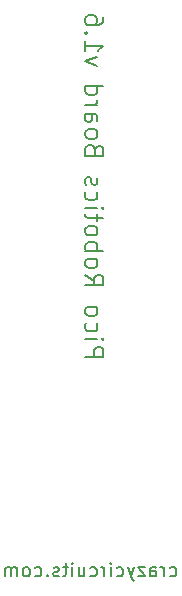
<source format=gbo>
G04 #@! TF.GenerationSoftware,KiCad,Pcbnew,(5.1.8)-1*
G04 #@! TF.CreationDate,2021-04-30T18:53:21-04:00*
G04 #@! TF.ProjectId,5x11-Raspi-Pico-Robot-Version,35783131-2d52-4617-9370-692d5069636f,v1.6*
G04 #@! TF.SameCoordinates,Original*
G04 #@! TF.FileFunction,Legend,Bot*
G04 #@! TF.FilePolarity,Positive*
%FSLAX46Y46*%
G04 Gerber Fmt 4.6, Leading zero omitted, Abs format (unit mm)*
G04 Created by KiCad (PCBNEW (5.1.8)-1) date 2021-04-30 18:53:21*
%MOMM*%
%LPD*%
G01*
G04 APERTURE LIST*
%ADD10C,0.203200*%
%ADD11C,0.177800*%
G04 APERTURE END LIST*
D10*
X18614571Y-129249714D02*
X20138571Y-129249714D01*
X20138571Y-128669142D01*
X20065999Y-128524000D01*
X19993428Y-128451428D01*
X19848285Y-128378857D01*
X19630571Y-128378857D01*
X19485428Y-128451428D01*
X19412857Y-128524000D01*
X19340285Y-128669142D01*
X19340285Y-129249714D01*
X18614571Y-127725714D02*
X19630571Y-127725714D01*
X20138571Y-127725714D02*
X20065999Y-127798285D01*
X19993428Y-127725714D01*
X20065999Y-127653142D01*
X20138571Y-127725714D01*
X19993428Y-127725714D01*
X18687142Y-126346857D02*
X18614571Y-126492000D01*
X18614571Y-126782285D01*
X18687142Y-126927428D01*
X18759714Y-127000000D01*
X18904857Y-127072571D01*
X19340285Y-127072571D01*
X19485428Y-127000000D01*
X19557999Y-126927428D01*
X19630571Y-126782285D01*
X19630571Y-126492000D01*
X19557999Y-126346857D01*
X18614571Y-125476000D02*
X18687142Y-125621142D01*
X18759714Y-125693714D01*
X18904857Y-125766285D01*
X19340285Y-125766285D01*
X19485428Y-125693714D01*
X19557999Y-125621142D01*
X19630571Y-125476000D01*
X19630571Y-125258285D01*
X19557999Y-125113142D01*
X19485428Y-125040571D01*
X19340285Y-124968000D01*
X18904857Y-124968000D01*
X18759714Y-125040571D01*
X18687142Y-125113142D01*
X18614571Y-125258285D01*
X18614571Y-125476000D01*
X18614571Y-122282857D02*
X19340285Y-122790857D01*
X18614571Y-123153714D02*
X20138571Y-123153714D01*
X20138571Y-122573142D01*
X20066000Y-122428000D01*
X19993428Y-122355428D01*
X19848285Y-122282857D01*
X19630571Y-122282857D01*
X19485428Y-122355428D01*
X19412857Y-122428000D01*
X19340285Y-122573142D01*
X19340285Y-123153714D01*
X18614571Y-121412000D02*
X18687142Y-121557142D01*
X18759714Y-121629714D01*
X18904857Y-121702285D01*
X19340285Y-121702285D01*
X19485428Y-121629714D01*
X19558000Y-121557142D01*
X19630571Y-121412000D01*
X19630571Y-121194285D01*
X19558000Y-121049142D01*
X19485428Y-120976571D01*
X19340285Y-120904000D01*
X18904857Y-120904000D01*
X18759714Y-120976571D01*
X18687142Y-121049142D01*
X18614571Y-121194285D01*
X18614571Y-121412000D01*
X18614571Y-120250857D02*
X20138571Y-120250857D01*
X19558000Y-120250857D02*
X19630571Y-120105714D01*
X19630571Y-119815428D01*
X19558000Y-119670285D01*
X19485428Y-119597714D01*
X19340285Y-119525142D01*
X18904857Y-119525142D01*
X18759714Y-119597714D01*
X18687142Y-119670285D01*
X18614571Y-119815428D01*
X18614571Y-120105714D01*
X18687142Y-120250857D01*
X18614571Y-118654285D02*
X18687142Y-118799428D01*
X18759714Y-118872000D01*
X18904857Y-118944571D01*
X19340285Y-118944571D01*
X19485428Y-118872000D01*
X19558000Y-118799428D01*
X19630571Y-118654285D01*
X19630571Y-118436571D01*
X19558000Y-118291428D01*
X19485428Y-118218857D01*
X19340285Y-118146285D01*
X18904857Y-118146285D01*
X18759714Y-118218857D01*
X18687142Y-118291428D01*
X18614571Y-118436571D01*
X18614571Y-118654285D01*
X19630571Y-117710857D02*
X19630571Y-117130285D01*
X20138571Y-117493142D02*
X18832285Y-117493142D01*
X18687142Y-117420571D01*
X18614571Y-117275428D01*
X18614571Y-117130285D01*
X18614571Y-116622285D02*
X19630571Y-116622285D01*
X20138571Y-116622285D02*
X20066000Y-116694857D01*
X19993428Y-116622285D01*
X20066000Y-116549714D01*
X20138571Y-116622285D01*
X19993428Y-116622285D01*
X18687142Y-115243428D02*
X18614571Y-115388571D01*
X18614571Y-115678857D01*
X18687142Y-115824000D01*
X18759714Y-115896571D01*
X18904857Y-115969142D01*
X19340285Y-115969142D01*
X19485428Y-115896571D01*
X19558000Y-115824000D01*
X19630571Y-115678857D01*
X19630571Y-115388571D01*
X19558000Y-115243428D01*
X18687142Y-114662857D02*
X18614571Y-114517714D01*
X18614571Y-114227428D01*
X18687142Y-114082285D01*
X18832285Y-114009714D01*
X18904857Y-114009714D01*
X19050000Y-114082285D01*
X19122571Y-114227428D01*
X19122571Y-114445142D01*
X19195142Y-114590285D01*
X19340285Y-114662857D01*
X19412857Y-114662857D01*
X19558000Y-114590285D01*
X19630571Y-114445142D01*
X19630571Y-114227428D01*
X19558000Y-114082285D01*
X19412857Y-111687428D02*
X19340285Y-111469714D01*
X19267714Y-111397142D01*
X19122571Y-111324571D01*
X18904857Y-111324571D01*
X18759714Y-111397142D01*
X18687142Y-111469714D01*
X18614571Y-111614857D01*
X18614571Y-112195428D01*
X20138571Y-112195428D01*
X20138571Y-111687428D01*
X20066000Y-111542285D01*
X19993428Y-111469714D01*
X19848285Y-111397142D01*
X19703142Y-111397142D01*
X19558000Y-111469714D01*
X19485428Y-111542285D01*
X19412857Y-111687428D01*
X19412857Y-112195428D01*
X18614571Y-110453714D02*
X18687142Y-110598857D01*
X18759714Y-110671428D01*
X18904857Y-110744000D01*
X19340285Y-110744000D01*
X19485428Y-110671428D01*
X19558000Y-110598857D01*
X19630571Y-110453714D01*
X19630571Y-110236000D01*
X19558000Y-110090857D01*
X19485428Y-110018285D01*
X19340285Y-109945714D01*
X18904857Y-109945714D01*
X18759714Y-110018285D01*
X18687142Y-110090857D01*
X18614571Y-110236000D01*
X18614571Y-110453714D01*
X18614571Y-108639428D02*
X19412857Y-108639428D01*
X19558000Y-108712000D01*
X19630571Y-108857142D01*
X19630571Y-109147428D01*
X19558000Y-109292571D01*
X18687142Y-108639428D02*
X18614571Y-108784571D01*
X18614571Y-109147428D01*
X18687142Y-109292571D01*
X18832285Y-109365142D01*
X18977428Y-109365142D01*
X19122571Y-109292571D01*
X19195142Y-109147428D01*
X19195142Y-108784571D01*
X19267714Y-108639428D01*
X18614571Y-107913714D02*
X19630571Y-107913714D01*
X19340285Y-107913714D02*
X19485428Y-107841142D01*
X19558000Y-107768571D01*
X19630571Y-107623428D01*
X19630571Y-107478285D01*
X18614571Y-106317142D02*
X20138571Y-106317142D01*
X18687142Y-106317142D02*
X18614571Y-106462285D01*
X18614571Y-106752571D01*
X18687142Y-106897714D01*
X18759714Y-106970285D01*
X18904857Y-107042857D01*
X19340285Y-107042857D01*
X19485428Y-106970285D01*
X19558000Y-106897714D01*
X19630571Y-106752571D01*
X19630571Y-106462285D01*
X19558000Y-106317142D01*
X19630571Y-104575428D02*
X18614571Y-104212571D01*
X19630571Y-103849714D01*
X18614571Y-102470857D02*
X18614571Y-103341714D01*
X18614571Y-102906285D02*
X20138571Y-102906285D01*
X19920857Y-103051428D01*
X19775714Y-103196571D01*
X19703142Y-103341714D01*
X18759714Y-101817714D02*
X18687142Y-101745142D01*
X18614571Y-101817714D01*
X18687142Y-101890285D01*
X18759714Y-101817714D01*
X18614571Y-101817714D01*
X20138571Y-100438857D02*
X20138571Y-100729142D01*
X20066000Y-100874285D01*
X19993428Y-100946857D01*
X19775714Y-101092000D01*
X19485428Y-101164571D01*
X18904857Y-101164571D01*
X18759714Y-101092000D01*
X18687142Y-101019428D01*
X18614571Y-100874285D01*
X18614571Y-100584000D01*
X18687142Y-100438857D01*
X18759714Y-100366285D01*
X18904857Y-100293714D01*
X19267714Y-100293714D01*
X19412857Y-100366285D01*
X19485428Y-100438857D01*
X19558000Y-100584000D01*
X19558000Y-100874285D01*
X19485428Y-101019428D01*
X19412857Y-101092000D01*
X19267714Y-101164571D01*
D11*
X25771928Y-147742642D02*
X25880785Y-147797071D01*
X26098500Y-147797071D01*
X26207357Y-147742642D01*
X26261785Y-147688214D01*
X26316214Y-147579357D01*
X26316214Y-147252785D01*
X26261785Y-147143928D01*
X26207357Y-147089500D01*
X26098500Y-147035071D01*
X25880785Y-147035071D01*
X25771928Y-147089500D01*
X25282071Y-147797071D02*
X25282071Y-147035071D01*
X25282071Y-147252785D02*
X25227642Y-147143928D01*
X25173214Y-147089500D01*
X25064357Y-147035071D01*
X24955500Y-147035071D01*
X24084642Y-147797071D02*
X24084642Y-147198357D01*
X24139071Y-147089500D01*
X24247928Y-147035071D01*
X24465642Y-147035071D01*
X24574500Y-147089500D01*
X24084642Y-147742642D02*
X24193500Y-147797071D01*
X24465642Y-147797071D01*
X24574500Y-147742642D01*
X24628928Y-147633785D01*
X24628928Y-147524928D01*
X24574500Y-147416071D01*
X24465642Y-147361642D01*
X24193500Y-147361642D01*
X24084642Y-147307214D01*
X23649214Y-147035071D02*
X23050500Y-147035071D01*
X23649214Y-147797071D01*
X23050500Y-147797071D01*
X22723928Y-147035071D02*
X22451785Y-147797071D01*
X22179642Y-147035071D02*
X22451785Y-147797071D01*
X22560642Y-148069214D01*
X22615071Y-148123642D01*
X22723928Y-148178071D01*
X21254357Y-147742642D02*
X21363214Y-147797071D01*
X21580928Y-147797071D01*
X21689785Y-147742642D01*
X21744214Y-147688214D01*
X21798642Y-147579357D01*
X21798642Y-147252785D01*
X21744214Y-147143928D01*
X21689785Y-147089500D01*
X21580928Y-147035071D01*
X21363214Y-147035071D01*
X21254357Y-147089500D01*
X20764500Y-147797071D02*
X20764500Y-147035071D01*
X20764500Y-146654071D02*
X20818928Y-146708500D01*
X20764500Y-146762928D01*
X20710071Y-146708500D01*
X20764500Y-146654071D01*
X20764500Y-146762928D01*
X20220214Y-147797071D02*
X20220214Y-147035071D01*
X20220214Y-147252785D02*
X20165785Y-147143928D01*
X20111357Y-147089500D01*
X20002500Y-147035071D01*
X19893642Y-147035071D01*
X19022785Y-147742642D02*
X19131642Y-147797071D01*
X19349357Y-147797071D01*
X19458214Y-147742642D01*
X19512642Y-147688214D01*
X19567071Y-147579357D01*
X19567071Y-147252785D01*
X19512642Y-147143928D01*
X19458214Y-147089500D01*
X19349357Y-147035071D01*
X19131642Y-147035071D01*
X19022785Y-147089500D01*
X18043071Y-147035071D02*
X18043071Y-147797071D01*
X18532928Y-147035071D02*
X18532928Y-147633785D01*
X18478500Y-147742642D01*
X18369642Y-147797071D01*
X18206357Y-147797071D01*
X18097500Y-147742642D01*
X18043071Y-147688214D01*
X17498785Y-147797071D02*
X17498785Y-147035071D01*
X17498785Y-146654071D02*
X17553214Y-146708500D01*
X17498785Y-146762928D01*
X17444357Y-146708500D01*
X17498785Y-146654071D01*
X17498785Y-146762928D01*
X17117785Y-147035071D02*
X16682357Y-147035071D01*
X16954500Y-146654071D02*
X16954500Y-147633785D01*
X16900071Y-147742642D01*
X16791214Y-147797071D01*
X16682357Y-147797071D01*
X16355785Y-147742642D02*
X16246928Y-147797071D01*
X16029214Y-147797071D01*
X15920357Y-147742642D01*
X15865928Y-147633785D01*
X15865928Y-147579357D01*
X15920357Y-147470500D01*
X16029214Y-147416071D01*
X16192500Y-147416071D01*
X16301357Y-147361642D01*
X16355785Y-147252785D01*
X16355785Y-147198357D01*
X16301357Y-147089500D01*
X16192500Y-147035071D01*
X16029214Y-147035071D01*
X15920357Y-147089500D01*
X15376071Y-147688214D02*
X15321642Y-147742642D01*
X15376071Y-147797071D01*
X15430500Y-147742642D01*
X15376071Y-147688214D01*
X15376071Y-147797071D01*
X14341928Y-147742642D02*
X14450785Y-147797071D01*
X14668500Y-147797071D01*
X14777357Y-147742642D01*
X14831785Y-147688214D01*
X14886214Y-147579357D01*
X14886214Y-147252785D01*
X14831785Y-147143928D01*
X14777357Y-147089500D01*
X14668500Y-147035071D01*
X14450785Y-147035071D01*
X14341928Y-147089500D01*
X13688785Y-147797071D02*
X13797642Y-147742642D01*
X13852071Y-147688214D01*
X13906500Y-147579357D01*
X13906500Y-147252785D01*
X13852071Y-147143928D01*
X13797642Y-147089500D01*
X13688785Y-147035071D01*
X13525500Y-147035071D01*
X13416642Y-147089500D01*
X13362214Y-147143928D01*
X13307785Y-147252785D01*
X13307785Y-147579357D01*
X13362214Y-147688214D01*
X13416642Y-147742642D01*
X13525500Y-147797071D01*
X13688785Y-147797071D01*
X12817928Y-147797071D02*
X12817928Y-147035071D01*
X12817928Y-147143928D02*
X12763500Y-147089500D01*
X12654642Y-147035071D01*
X12491357Y-147035071D01*
X12382500Y-147089500D01*
X12328071Y-147198357D01*
X12328071Y-147797071D01*
X12328071Y-147198357D02*
X12273642Y-147089500D01*
X12164785Y-147035071D01*
X12001500Y-147035071D01*
X11892642Y-147089500D01*
X11838214Y-147198357D01*
X11838214Y-147797071D01*
M02*

</source>
